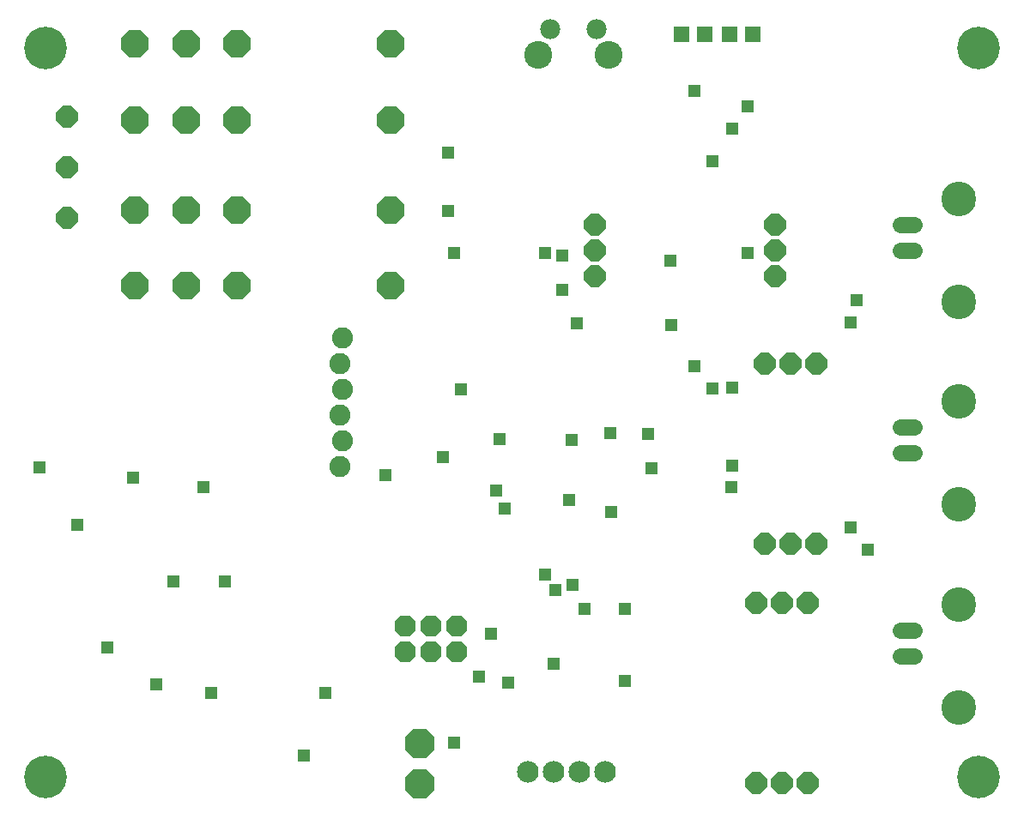
<source format=gbs>
G75*
G70*
%OFA0B0*%
%FSLAX24Y24*%
%IPPOS*%
%LPD*%
%AMOC8*
5,1,8,0,0,1.08239X$1,22.5*
%
%ADD10C,0.1655*%
%ADD11OC8,0.0820*%
%ADD12C,0.1080*%
%ADD13C,0.0780*%
%ADD14C,0.0820*%
%ADD15C,0.0635*%
%ADD16C,0.1346*%
%ADD17R,0.0635X0.0635*%
%ADD18OC8,0.1143*%
%ADD19OC8,0.0840*%
%ADD20OC8,0.1080*%
%ADD21OC8,0.0848*%
%ADD22C,0.0840*%
%ADD23R,0.0516X0.0516*%
D10*
X001755Y001755D03*
X037975Y001755D03*
X037975Y030101D03*
X001755Y030101D03*
D11*
X015722Y007645D03*
X016722Y007645D03*
X017722Y007645D03*
X017722Y006645D03*
X016722Y006645D03*
X015722Y006645D03*
D12*
X020867Y029839D03*
X023627Y029839D03*
D13*
X023133Y030820D03*
X021361Y030820D03*
D14*
X013268Y018845D03*
X013168Y017845D03*
X013268Y016845D03*
X013168Y015845D03*
X013268Y014845D03*
X013168Y013845D03*
D15*
X034942Y014353D02*
X035497Y014353D01*
X035497Y015353D02*
X034942Y015353D01*
X034942Y022227D02*
X035497Y022227D01*
X035497Y023227D02*
X034942Y023227D01*
X034942Y007479D02*
X035497Y007479D01*
X035497Y006479D02*
X034942Y006479D01*
D16*
X037219Y004479D03*
X037219Y008479D03*
X037219Y012353D03*
X037219Y016353D03*
X037219Y020227D03*
X037219Y024227D03*
D17*
X029208Y030617D03*
X028322Y030617D03*
X027337Y030617D03*
X026452Y030617D03*
D18*
X016274Y003066D03*
X016274Y001507D03*
D19*
X029358Y001546D03*
X030358Y001546D03*
X031358Y001546D03*
X031358Y008546D03*
X030358Y008546D03*
X029358Y008546D03*
X029692Y010833D03*
X030692Y010833D03*
X031692Y010833D03*
X031692Y017833D03*
X030692Y017833D03*
X029692Y017833D03*
X030078Y021227D03*
X030078Y022227D03*
X030078Y023227D03*
X023078Y023227D03*
X023078Y022227D03*
X023078Y021227D03*
D20*
X015133Y020849D03*
X015133Y023802D03*
X015133Y027306D03*
X015133Y030259D03*
X009192Y030259D03*
X007208Y030259D03*
X005223Y030259D03*
X005223Y027306D03*
X007208Y027306D03*
X009192Y027306D03*
X009192Y023802D03*
X007208Y023802D03*
X005223Y023802D03*
X005223Y020849D03*
X007208Y020849D03*
X009192Y020849D03*
D21*
X002589Y023507D03*
X002589Y025475D03*
X002589Y027444D03*
D22*
X020467Y001956D03*
X021467Y001956D03*
X022467Y001956D03*
X023467Y001956D03*
D23*
X024235Y005495D03*
X021479Y006164D03*
X019708Y005436D03*
X018566Y005652D03*
X019058Y007326D03*
X021538Y009038D03*
X022227Y009235D03*
X021145Y009629D03*
X022696Y008286D03*
X024235Y008290D03*
X023723Y012070D03*
X022070Y012542D03*
X019570Y012188D03*
X019255Y012897D03*
X017168Y014196D03*
X019383Y014885D03*
X017865Y016845D03*
X022168Y014865D03*
X023664Y015141D03*
X025150Y015111D03*
X025269Y013753D03*
X028404Y013877D03*
X028389Y013034D03*
X033015Y011479D03*
X033684Y010613D03*
X028428Y016912D03*
X027641Y016853D03*
X026952Y017739D03*
X026046Y019314D03*
X026026Y021814D03*
X029019Y022129D03*
X033015Y019432D03*
X033251Y020298D03*
X027641Y025711D03*
X028428Y026952D03*
X029019Y027837D03*
X026952Y028428D03*
X021814Y022030D03*
X021145Y022129D03*
X021814Y020711D03*
X022365Y019393D03*
X017601Y022129D03*
X017385Y023763D03*
X017385Y026046D03*
X001519Y013802D03*
X002975Y011558D03*
X005141Y013408D03*
X007897Y013015D03*
X008706Y009375D03*
X006715Y009353D03*
X004149Y006786D03*
X006046Y005377D03*
X008192Y005042D03*
X011774Y002609D03*
X012621Y005042D03*
X017604Y003096D03*
X014944Y013487D03*
M02*

</source>
